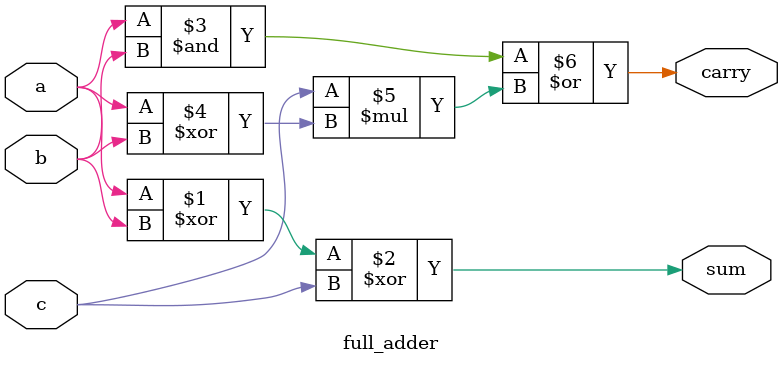
<source format=v>
module full_adder(a,b,c,sum,carry);
  input a,b,c;
  output reg sum,carry;
  assign sum=a^b^c;
  assign carry=a&b|c*(a^b);
endmodule

</source>
